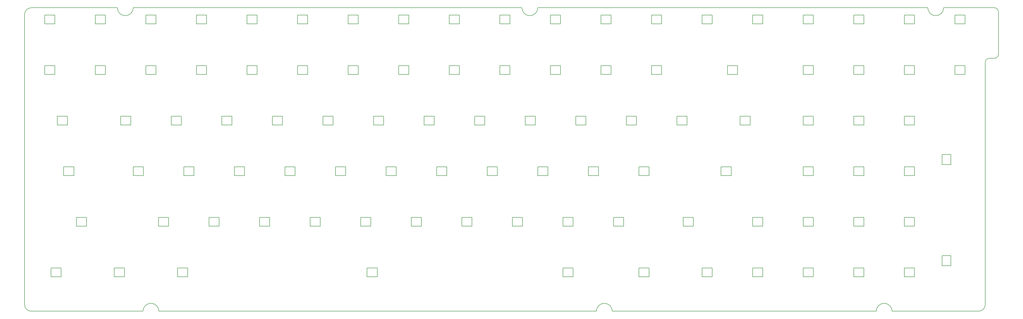
<source format=gbr>
G04 #@! TF.GenerationSoftware,KiCad,Pcbnew,(6.0.0-rc1-dev-711-gaf8715da8)*
G04 #@! TF.CreationDate,2018-11-26T01:45:56-05:00*
G04 #@! TF.ProjectId,Kira,4B6972612E6B696361645F7063620000,1.02c*
G04 #@! TF.SameCoordinates,Original*
G04 #@! TF.FileFunction,Profile,NP*
%FSLAX46Y46*%
G04 Gerber Fmt 4.6, Leading zero omitted, Abs format (unit mm)*
G04 Created by KiCad (PCBNEW (6.0.0-rc1-dev-711-gaf8715da8)) date 11/26/2018 1:45:56 AM*
%MOMM*%
%LPD*%
G01*
G04 APERTURE LIST*
%ADD10C,0.127000*%
G04 APERTURE END LIST*
D10*
X370840000Y-42862500D02*
X372033800Y-42862500D01*
X217932000Y-42862500D02*
X219125800Y-42862500D01*
X226314000Y-42862500D02*
X225120200Y-42862500D01*
X73914000Y-42862500D02*
X72720200Y-42862500D01*
X65532000Y-42862500D02*
X66725800Y-42862500D01*
X75184000Y-157162500D02*
X76377800Y-157162500D01*
X83566000Y-157162500D02*
X82372200Y-157162500D01*
X247192800Y-157162500D02*
X245999000Y-157162500D01*
X254381000Y-157162500D02*
X253187200Y-157162500D01*
X351409000Y-157162500D02*
X352602800Y-157162500D01*
X359791000Y-157162500D02*
X358597200Y-157162500D01*
X379222000Y-42862500D02*
X378028200Y-42862500D01*
X375031000Y-45859700D02*
G75*
G02X372033800Y-42862500I0J2997200D01*
G01*
X378028200Y-42862500D02*
G75*
G02X375031000Y-45859700I-2997200J0D01*
G01*
X222123000Y-45859700D02*
G75*
G02X219125800Y-42862500I0J2997200D01*
G01*
X225120200Y-42862500D02*
G75*
G02X222123000Y-45859700I-2997200J0D01*
G01*
X72720200Y-42862500D02*
G75*
G02X69723000Y-45859700I-2997200J0D01*
G01*
X69723000Y-45859700D02*
G75*
G02X66725800Y-42862500I0J2997200D01*
G01*
X79375000Y-154165300D02*
G75*
G02X82372200Y-157162500I0J-2997200D01*
G01*
X76377800Y-157162500D02*
G75*
G02X79375000Y-154165300I2997200J0D01*
G01*
X250190000Y-154165300D02*
G75*
G02X253187200Y-157162500I0J-2997200D01*
G01*
X247192800Y-157162500D02*
G75*
G02X250190000Y-154165300I2997200J0D01*
G01*
X355600000Y-154165300D02*
G75*
G02X358597200Y-157162500I0J-2997200D01*
G01*
X352602800Y-157162500D02*
G75*
G02X355600000Y-154165300I2997200J0D01*
G01*
X379222000Y-42862500D02*
X397129000Y-42862500D01*
X226314000Y-42862500D02*
X370840000Y-42862500D01*
X73914000Y-42862500D02*
X217932000Y-42862500D01*
X34290000Y-42862500D02*
X65532000Y-42862500D01*
X75184000Y-157162500D02*
X34290000Y-157162500D01*
X245999000Y-157162500D02*
X83566000Y-157162500D01*
X351409000Y-157162500D02*
X254381000Y-157162500D01*
X359791000Y-157162500D02*
X391160000Y-157162500D01*
X393700000Y-154622500D02*
X393700000Y-63436500D01*
X391160000Y-157162500D02*
G75*
G03X393700000Y-154622500I0J2540000D01*
G01*
X31750000Y-154622500D02*
X31750000Y-45402500D01*
X31750000Y-154622500D02*
G75*
G03X34290000Y-157162500I2540000J0D01*
G01*
X34290000Y-42862500D02*
G75*
G03X31750000Y-45402500I0J-2540000D01*
G01*
X395224000Y-61912500D02*
X397129000Y-61912500D01*
X398653000Y-44386500D02*
X398653000Y-60388500D01*
X398653000Y-44386500D02*
G75*
G03X397129000Y-42862500I-1524000J0D01*
G01*
X397129000Y-61912500D02*
G75*
G03X398653000Y-60388500I0J1524000D01*
G01*
X395224000Y-61912500D02*
G75*
G03X393700000Y-63436500I0J-1524000D01*
G01*
X77470000Y-45656500D02*
X77470000Y-48958500D01*
X81280000Y-45656500D02*
X77470000Y-45656500D01*
X81280000Y-48958500D02*
X81280000Y-45656500D01*
X77470000Y-48958500D02*
X81280000Y-48958500D01*
X377444000Y-98101150D02*
X377444000Y-101923850D01*
X377444000Y-101923850D02*
X380746000Y-101923850D01*
X380746000Y-101923850D02*
X380746000Y-98101150D01*
X380746000Y-98101150D02*
X377444000Y-98101150D01*
X377444000Y-136201150D02*
X377444000Y-140023850D01*
X377444000Y-140023850D02*
X380746000Y-140023850D01*
X380746000Y-140023850D02*
X380746000Y-136201150D01*
X380746000Y-136201150D02*
X377444000Y-136201150D01*
X347986350Y-102806500D02*
X344163650Y-102806500D01*
X344163650Y-102806500D02*
X344163650Y-106108500D01*
X344163650Y-106108500D02*
X347986350Y-106108500D01*
X347986350Y-106108500D02*
X347986350Y-102806500D01*
X347986350Y-45656500D02*
X344163650Y-45656500D01*
X344163650Y-45656500D02*
X344163650Y-48958500D01*
X344163650Y-48958500D02*
X347986350Y-48958500D01*
X347986350Y-48958500D02*
X347986350Y-45656500D01*
X367036350Y-45656500D02*
X363213650Y-45656500D01*
X363213650Y-45656500D02*
X363213650Y-48958500D01*
X363213650Y-48958500D02*
X367036350Y-48958500D01*
X367036350Y-48958500D02*
X367036350Y-45656500D01*
X386086350Y-45656500D02*
X382263650Y-45656500D01*
X382263650Y-45656500D02*
X382263650Y-48958500D01*
X382263650Y-48958500D02*
X386086350Y-48958500D01*
X386086350Y-48958500D02*
X386086350Y-45656500D01*
X386086350Y-64706500D02*
X382263650Y-64706500D01*
X382263650Y-64706500D02*
X382263650Y-68008500D01*
X382263650Y-68008500D02*
X386086350Y-68008500D01*
X386086350Y-68008500D02*
X386086350Y-64706500D01*
X283692600Y-121856500D02*
X279869900Y-121856500D01*
X279869900Y-121856500D02*
X279869900Y-125158500D01*
X279869900Y-125158500D02*
X283692600Y-125158500D01*
X283692600Y-125158500D02*
X283692600Y-121856500D01*
X309886350Y-121856500D02*
X306063650Y-121856500D01*
X306063650Y-121856500D02*
X306063650Y-125158500D01*
X306063650Y-125158500D02*
X309886350Y-125158500D01*
X309886350Y-125158500D02*
X309886350Y-121856500D01*
X328936350Y-102806500D02*
X325113650Y-102806500D01*
X325113650Y-102806500D02*
X325113650Y-106108500D01*
X325113650Y-106108500D02*
X328936350Y-106108500D01*
X328936350Y-106108500D02*
X328936350Y-102806500D01*
X367036350Y-102806500D02*
X363213650Y-102806500D01*
X363213650Y-102806500D02*
X363213650Y-106108500D01*
X363213650Y-106108500D02*
X367036350Y-106108500D01*
X367036350Y-106108500D02*
X367036350Y-102806500D01*
X347986350Y-121856500D02*
X344163650Y-121856500D01*
X344163650Y-121856500D02*
X344163650Y-125158500D01*
X344163650Y-125158500D02*
X347986350Y-125158500D01*
X347986350Y-125158500D02*
X347986350Y-121856500D01*
X367036350Y-121856500D02*
X363213650Y-121856500D01*
X363213650Y-121856500D02*
X363213650Y-125158500D01*
X363213650Y-125158500D02*
X367036350Y-125158500D01*
X367036350Y-125158500D02*
X367036350Y-121856500D01*
X210820000Y-48958500D02*
X210820000Y-45656500D01*
X214630000Y-48958500D02*
X210820000Y-48958500D01*
X214630000Y-45656500D02*
X214630000Y-48958500D01*
X210820000Y-45656500D02*
X214630000Y-45656500D01*
X294157400Y-106108500D02*
X294157400Y-102806500D01*
X297980100Y-106108500D02*
X294157400Y-106108500D01*
X297980100Y-102806500D02*
X297980100Y-106108500D01*
X294157400Y-102806500D02*
X297980100Y-102806500D01*
X301307500Y-87058500D02*
X301307500Y-83756500D01*
X305117500Y-87058500D02*
X301307500Y-87058500D01*
X305117500Y-83756500D02*
X305117500Y-87058500D01*
X301307500Y-83756500D02*
X305117500Y-83756500D01*
X325120000Y-121856500D02*
X328930000Y-121856500D01*
X328930000Y-121856500D02*
X328930000Y-125158500D01*
X328930000Y-125158500D02*
X325120000Y-125158500D01*
X325120000Y-125158500D02*
X325120000Y-121856500D01*
X363220000Y-144208500D02*
X363220000Y-140906500D01*
X367030000Y-144208500D02*
X363220000Y-144208500D01*
X367030000Y-140906500D02*
X367030000Y-144208500D01*
X363220000Y-140906500D02*
X367030000Y-140906500D01*
X344170000Y-140906500D02*
X347980000Y-140906500D01*
X347980000Y-140906500D02*
X347980000Y-144208500D01*
X347980000Y-144208500D02*
X344170000Y-144208500D01*
X344170000Y-144208500D02*
X344170000Y-140906500D01*
X325120000Y-144208500D02*
X325120000Y-140906500D01*
X328930000Y-144208500D02*
X325120000Y-144208500D01*
X328930000Y-140906500D02*
X328930000Y-144208500D01*
X325120000Y-140906500D02*
X328930000Y-140906500D01*
X306063650Y-144208500D02*
X306063650Y-140906500D01*
X309886350Y-144208500D02*
X306063650Y-144208500D01*
X309886350Y-140906500D02*
X309886350Y-144208500D01*
X306063650Y-140906500D02*
X309886350Y-140906500D01*
X234626150Y-140906500D02*
X238448850Y-140906500D01*
X238448850Y-140906500D02*
X238448850Y-144208500D01*
X238448850Y-144208500D02*
X234626150Y-144208500D01*
X234626150Y-144208500D02*
X234626150Y-140906500D01*
X263201150Y-144208500D02*
X263201150Y-140906500D01*
X267023850Y-144208500D02*
X263201150Y-144208500D01*
X267023850Y-140906500D02*
X267023850Y-144208500D01*
X263201150Y-140906500D02*
X267023850Y-140906500D01*
X287013650Y-140906500D02*
X290836350Y-140906500D01*
X290836350Y-140906500D02*
X290836350Y-144208500D01*
X290836350Y-144208500D02*
X287013650Y-144208500D01*
X287013650Y-144208500D02*
X287013650Y-140906500D01*
X160807400Y-140906500D02*
X164630100Y-140906500D01*
X164630100Y-140906500D02*
X164630100Y-144208500D01*
X164630100Y-144208500D02*
X160807400Y-144208500D01*
X160807400Y-144208500D02*
X160807400Y-140906500D01*
X89369900Y-144208500D02*
X89369900Y-140906500D01*
X93192600Y-144208500D02*
X89369900Y-144208500D01*
X93192600Y-140906500D02*
X93192600Y-144208500D01*
X89369900Y-140906500D02*
X93192600Y-140906500D01*
X65557400Y-140906500D02*
X69380100Y-140906500D01*
X69380100Y-140906500D02*
X69380100Y-144208500D01*
X69380100Y-144208500D02*
X65557400Y-144208500D01*
X65557400Y-144208500D02*
X65557400Y-140906500D01*
X41744900Y-144208500D02*
X41744900Y-140906500D01*
X45567600Y-144208500D02*
X41744900Y-144208500D01*
X45567600Y-140906500D02*
X45567600Y-144208500D01*
X41744900Y-140906500D02*
X45567600Y-140906500D01*
X234632500Y-121856500D02*
X238442500Y-121856500D01*
X238442500Y-121856500D02*
X238442500Y-125158500D01*
X238442500Y-125158500D02*
X234632500Y-125158500D01*
X234632500Y-125158500D02*
X234632500Y-121856500D01*
X253682500Y-125158500D02*
X253682500Y-121856500D01*
X257492500Y-125158500D02*
X253682500Y-125158500D01*
X257492500Y-121856500D02*
X257492500Y-125158500D01*
X253682500Y-121856500D02*
X257492500Y-121856500D01*
X158432500Y-121856500D02*
X162242500Y-121856500D01*
X162242500Y-121856500D02*
X162242500Y-125158500D01*
X162242500Y-125158500D02*
X158432500Y-125158500D01*
X158432500Y-125158500D02*
X158432500Y-121856500D01*
X177482500Y-125158500D02*
X177482500Y-121856500D01*
X181292500Y-125158500D02*
X177482500Y-125158500D01*
X181292500Y-121856500D02*
X181292500Y-125158500D01*
X177482500Y-121856500D02*
X181292500Y-121856500D01*
X215582500Y-121856500D02*
X219392500Y-121856500D01*
X219392500Y-121856500D02*
X219392500Y-125158500D01*
X219392500Y-125158500D02*
X215582500Y-125158500D01*
X215582500Y-125158500D02*
X215582500Y-121856500D01*
X196532500Y-125158500D02*
X196532500Y-121856500D01*
X200342500Y-125158500D02*
X196532500Y-125158500D01*
X200342500Y-121856500D02*
X200342500Y-125158500D01*
X196532500Y-121856500D02*
X200342500Y-121856500D01*
X120332500Y-121856500D02*
X124142500Y-121856500D01*
X124142500Y-121856500D02*
X124142500Y-125158500D01*
X124142500Y-125158500D02*
X120332500Y-125158500D01*
X120332500Y-125158500D02*
X120332500Y-121856500D01*
X139382500Y-125158500D02*
X139382500Y-121856500D01*
X143192500Y-125158500D02*
X139382500Y-125158500D01*
X143192500Y-121856500D02*
X143192500Y-125158500D01*
X139382500Y-121856500D02*
X143192500Y-121856500D01*
X101282500Y-121856500D02*
X105092500Y-121856500D01*
X105092500Y-121856500D02*
X105092500Y-125158500D01*
X105092500Y-125158500D02*
X101282500Y-125158500D01*
X101282500Y-125158500D02*
X101282500Y-121856500D01*
X82232500Y-125158500D02*
X82232500Y-121856500D01*
X86042500Y-125158500D02*
X82232500Y-125158500D01*
X86042500Y-121856500D02*
X86042500Y-125158500D01*
X82232500Y-121856500D02*
X86042500Y-121856500D01*
X244157500Y-102806500D02*
X247967500Y-102806500D01*
X247967500Y-102806500D02*
X247967500Y-106108500D01*
X247967500Y-106108500D02*
X244157500Y-106108500D01*
X244157500Y-106108500D02*
X244157500Y-102806500D01*
X263207500Y-106108500D02*
X263207500Y-102806500D01*
X267017500Y-106108500D02*
X263207500Y-106108500D01*
X267017500Y-102806500D02*
X267017500Y-106108500D01*
X263207500Y-102806500D02*
X267017500Y-102806500D01*
X225107500Y-102806500D02*
X228917500Y-102806500D01*
X228917500Y-102806500D02*
X228917500Y-106108500D01*
X228917500Y-106108500D02*
X225107500Y-106108500D01*
X225107500Y-106108500D02*
X225107500Y-102806500D01*
X148907500Y-102806500D02*
X152717500Y-102806500D01*
X152717500Y-102806500D02*
X152717500Y-106108500D01*
X152717500Y-106108500D02*
X148907500Y-106108500D01*
X148907500Y-106108500D02*
X148907500Y-102806500D01*
X167957500Y-106108500D02*
X167957500Y-102806500D01*
X171767500Y-106108500D02*
X167957500Y-106108500D01*
X171767500Y-102806500D02*
X171767500Y-106108500D01*
X167957500Y-102806500D02*
X171767500Y-102806500D01*
X206057500Y-102806500D02*
X209867500Y-102806500D01*
X209867500Y-102806500D02*
X209867500Y-106108500D01*
X209867500Y-106108500D02*
X206057500Y-106108500D01*
X206057500Y-106108500D02*
X206057500Y-102806500D01*
X187007500Y-106108500D02*
X187007500Y-102806500D01*
X190817500Y-106108500D02*
X187007500Y-106108500D01*
X190817500Y-102806500D02*
X190817500Y-106108500D01*
X187007500Y-102806500D02*
X190817500Y-102806500D01*
X110807500Y-102806500D02*
X114617500Y-102806500D01*
X114617500Y-102806500D02*
X114617500Y-106108500D01*
X114617500Y-106108500D02*
X110807500Y-106108500D01*
X110807500Y-106108500D02*
X110807500Y-102806500D01*
X129857500Y-106108500D02*
X129857500Y-102806500D01*
X133667500Y-106108500D02*
X129857500Y-106108500D01*
X133667500Y-102806500D02*
X133667500Y-106108500D01*
X129857500Y-102806500D02*
X133667500Y-102806500D01*
X91757500Y-102806500D02*
X95567500Y-102806500D01*
X95567500Y-102806500D02*
X95567500Y-106108500D01*
X95567500Y-106108500D02*
X91757500Y-106108500D01*
X91757500Y-106108500D02*
X91757500Y-102806500D01*
X72707500Y-106108500D02*
X72707500Y-102806500D01*
X76517500Y-106108500D02*
X72707500Y-106108500D01*
X76517500Y-102806500D02*
X76517500Y-106108500D01*
X72707500Y-102806500D02*
X76517500Y-102806500D01*
X51282600Y-125158500D02*
X55092600Y-125158500D01*
X51282600Y-121856500D02*
X51282600Y-125158500D01*
X55092600Y-121856500D02*
X55092600Y-125158500D01*
X51282600Y-121856500D02*
X55092600Y-121856500D01*
X46512480Y-102806500D02*
X50325020Y-102806500D01*
X46512480Y-106108500D02*
X46512480Y-102806500D01*
X50325020Y-106108500D02*
X46512480Y-106108500D01*
X50325020Y-102806500D02*
X50325020Y-106108500D01*
X44132500Y-87058500D02*
X44132500Y-83756500D01*
X47942500Y-87058500D02*
X44132500Y-87058500D01*
X47942500Y-83756500D02*
X47942500Y-87058500D01*
X44132500Y-83756500D02*
X47942500Y-83756500D01*
X258445000Y-87058500D02*
X262255000Y-87058500D01*
X262255000Y-87058500D02*
X262255000Y-83756500D01*
X262255000Y-83756500D02*
X258445000Y-83756500D01*
X258445000Y-83756500D02*
X258445000Y-87058500D01*
X277495000Y-83756500D02*
X277495000Y-87058500D01*
X281305000Y-83756500D02*
X277495000Y-83756500D01*
X281305000Y-87058500D02*
X281305000Y-83756500D01*
X277495000Y-87058500D02*
X281305000Y-87058500D01*
X239395000Y-87058500D02*
X243205000Y-87058500D01*
X243205000Y-87058500D02*
X243205000Y-83756500D01*
X243205000Y-83756500D02*
X239395000Y-83756500D01*
X239395000Y-83756500D02*
X239395000Y-87058500D01*
X220345000Y-83756500D02*
X220345000Y-87058500D01*
X224155000Y-83756500D02*
X220345000Y-83756500D01*
X224155000Y-87058500D02*
X224155000Y-83756500D01*
X220345000Y-87058500D02*
X224155000Y-87058500D01*
X182245000Y-87058500D02*
X186055000Y-87058500D01*
X186055000Y-87058500D02*
X186055000Y-83756500D01*
X186055000Y-83756500D02*
X182245000Y-83756500D01*
X182245000Y-83756500D02*
X182245000Y-87058500D01*
X201295000Y-83756500D02*
X201295000Y-87058500D01*
X205105000Y-83756500D02*
X201295000Y-83756500D01*
X205105000Y-87058500D02*
X205105000Y-83756500D01*
X201295000Y-87058500D02*
X205105000Y-87058500D01*
X163195000Y-87058500D02*
X167005000Y-87058500D01*
X167005000Y-87058500D02*
X167005000Y-83756500D01*
X167005000Y-83756500D02*
X163195000Y-83756500D01*
X163195000Y-83756500D02*
X163195000Y-87058500D01*
X144145000Y-83756500D02*
X144145000Y-87058500D01*
X147955000Y-83756500D02*
X144145000Y-83756500D01*
X147955000Y-87058500D02*
X147955000Y-83756500D01*
X144145000Y-87058500D02*
X147955000Y-87058500D01*
X67945000Y-87058500D02*
X71755000Y-87058500D01*
X71755000Y-87058500D02*
X71755000Y-83756500D01*
X71755000Y-83756500D02*
X67945000Y-83756500D01*
X67945000Y-83756500D02*
X67945000Y-87058500D01*
X86995000Y-83756500D02*
X86995000Y-87058500D01*
X90805000Y-83756500D02*
X86995000Y-83756500D01*
X90805000Y-87058500D02*
X90805000Y-83756500D01*
X86995000Y-87058500D02*
X90805000Y-87058500D01*
X125095000Y-87058500D02*
X128905000Y-87058500D01*
X128905000Y-87058500D02*
X128905000Y-83756500D01*
X128905000Y-83756500D02*
X125095000Y-83756500D01*
X125095000Y-83756500D02*
X125095000Y-87058500D01*
X106045000Y-83756500D02*
X106045000Y-87058500D01*
X109855000Y-83756500D02*
X106045000Y-83756500D01*
X109855000Y-87058500D02*
X109855000Y-83756500D01*
X106045000Y-87058500D02*
X109855000Y-87058500D01*
X344170000Y-87058500D02*
X347980000Y-87058500D01*
X347980000Y-87058500D02*
X347980000Y-83756500D01*
X347980000Y-83756500D02*
X344170000Y-83756500D01*
X344170000Y-83756500D02*
X344170000Y-87058500D01*
X363220000Y-83756500D02*
X363220000Y-87058500D01*
X367030000Y-83756500D02*
X363220000Y-83756500D01*
X367030000Y-87058500D02*
X367030000Y-83756500D01*
X363220000Y-87058500D02*
X367030000Y-87058500D01*
X325120000Y-87058500D02*
X328930000Y-87058500D01*
X328930000Y-87058500D02*
X328930000Y-83756500D01*
X328930000Y-83756500D02*
X325120000Y-83756500D01*
X325120000Y-83756500D02*
X325120000Y-87058500D01*
X344170000Y-68008500D02*
X347980000Y-68008500D01*
X347980000Y-68008500D02*
X347980000Y-64706500D01*
X347980000Y-64706500D02*
X344170000Y-64706500D01*
X344170000Y-64706500D02*
X344170000Y-68008500D01*
X363220000Y-64706500D02*
X363220000Y-68008500D01*
X367030000Y-64706500D02*
X363220000Y-64706500D01*
X367030000Y-68008500D02*
X367030000Y-64706500D01*
X363220000Y-68008500D02*
X367030000Y-68008500D01*
X325120000Y-68008500D02*
X328930000Y-68008500D01*
X328930000Y-68008500D02*
X328930000Y-64706500D01*
X328930000Y-64706500D02*
X325120000Y-64706500D01*
X325120000Y-64706500D02*
X325120000Y-68008500D01*
X296545000Y-64706500D02*
X296545000Y-68008500D01*
X300355000Y-64706500D02*
X296545000Y-64706500D01*
X300355000Y-68008500D02*
X300355000Y-64706500D01*
X296545000Y-68008500D02*
X300355000Y-68008500D01*
X267970000Y-64706500D02*
X267970000Y-68008500D01*
X271780000Y-64706500D02*
X267970000Y-64706500D01*
X271780000Y-68008500D02*
X271780000Y-64706500D01*
X267970000Y-68008500D02*
X271780000Y-68008500D01*
X191770000Y-68008500D02*
X195580000Y-68008500D01*
X195580000Y-68008500D02*
X195580000Y-64706500D01*
X195580000Y-64706500D02*
X191770000Y-64706500D01*
X191770000Y-64706500D02*
X191770000Y-68008500D01*
X210820000Y-64706500D02*
X210820000Y-68008500D01*
X214630000Y-64706500D02*
X210820000Y-64706500D01*
X214630000Y-68008500D02*
X214630000Y-64706500D01*
X210820000Y-68008500D02*
X214630000Y-68008500D01*
X248920000Y-68008500D02*
X252730000Y-68008500D01*
X252730000Y-68008500D02*
X252730000Y-64706500D01*
X252730000Y-64706500D02*
X248920000Y-64706500D01*
X248920000Y-64706500D02*
X248920000Y-68008500D01*
X229870000Y-64706500D02*
X229870000Y-68008500D01*
X233680000Y-64706500D02*
X229870000Y-64706500D01*
X233680000Y-68008500D02*
X233680000Y-64706500D01*
X229870000Y-68008500D02*
X233680000Y-68008500D01*
X153670000Y-68008500D02*
X157480000Y-68008500D01*
X157480000Y-68008500D02*
X157480000Y-64706500D01*
X157480000Y-64706500D02*
X153670000Y-64706500D01*
X153670000Y-64706500D02*
X153670000Y-68008500D01*
X172720000Y-64706500D02*
X172720000Y-68008500D01*
X176530000Y-64706500D02*
X172720000Y-64706500D01*
X176530000Y-68008500D02*
X176530000Y-64706500D01*
X172720000Y-68008500D02*
X176530000Y-68008500D01*
X134620000Y-68008500D02*
X138430000Y-68008500D01*
X138430000Y-68008500D02*
X138430000Y-64706500D01*
X138430000Y-64706500D02*
X134620000Y-64706500D01*
X134620000Y-64706500D02*
X134620000Y-68008500D01*
X115570000Y-64706500D02*
X115570000Y-68008500D01*
X119380000Y-64706500D02*
X115570000Y-64706500D01*
X119380000Y-68008500D02*
X119380000Y-64706500D01*
X115570000Y-68008500D02*
X119380000Y-68008500D01*
X39370000Y-68008500D02*
X43180000Y-68008500D01*
X43180000Y-68008500D02*
X43180000Y-64706500D01*
X43180000Y-64706500D02*
X39370000Y-64706500D01*
X39370000Y-64706500D02*
X39370000Y-68008500D01*
X58420000Y-64706500D02*
X58420000Y-68008500D01*
X62230000Y-64706500D02*
X58420000Y-64706500D01*
X62230000Y-68008500D02*
X62230000Y-64706500D01*
X58420000Y-68008500D02*
X62230000Y-68008500D01*
X96520000Y-68008500D02*
X100330000Y-68008500D01*
X100330000Y-68008500D02*
X100330000Y-64706500D01*
X100330000Y-64706500D02*
X96520000Y-64706500D01*
X96520000Y-64706500D02*
X96520000Y-68008500D01*
X77470000Y-64706500D02*
X77470000Y-68008500D01*
X81280000Y-64706500D02*
X77470000Y-64706500D01*
X81280000Y-68008500D02*
X81280000Y-64706500D01*
X77470000Y-68008500D02*
X81280000Y-68008500D01*
X287020000Y-48958500D02*
X290830000Y-48958500D01*
X290830000Y-48958500D02*
X290830000Y-45656500D01*
X290830000Y-45656500D02*
X287020000Y-45656500D01*
X287020000Y-45656500D02*
X287020000Y-48958500D01*
X306070000Y-45656500D02*
X306070000Y-48958500D01*
X309880000Y-45656500D02*
X306070000Y-45656500D01*
X309880000Y-48958500D02*
X309880000Y-45656500D01*
X306070000Y-48958500D02*
X309880000Y-48958500D01*
X325120000Y-45656500D02*
X325120000Y-48958500D01*
X328930000Y-45656500D02*
X325120000Y-45656500D01*
X328930000Y-48958500D02*
X328930000Y-45656500D01*
X325120000Y-48958500D02*
X328930000Y-48958500D01*
X267970000Y-48958500D02*
X271780000Y-48958500D01*
X271780000Y-48958500D02*
X271780000Y-45656500D01*
X271780000Y-45656500D02*
X267970000Y-45656500D01*
X267970000Y-45656500D02*
X267970000Y-48958500D01*
X248920000Y-48958500D02*
X252730000Y-48958500D01*
X252730000Y-48958500D02*
X252730000Y-45656500D01*
X252730000Y-45656500D02*
X248920000Y-45656500D01*
X248920000Y-45656500D02*
X248920000Y-48958500D01*
X229870000Y-45656500D02*
X229870000Y-48958500D01*
X233680000Y-45656500D02*
X229870000Y-45656500D01*
X233680000Y-48958500D02*
X233680000Y-45656500D01*
X229870000Y-48958500D02*
X233680000Y-48958500D01*
X134620000Y-48958500D02*
X138430000Y-48958500D01*
X138430000Y-48958500D02*
X138430000Y-45656500D01*
X138430000Y-45656500D02*
X134620000Y-45656500D01*
X134620000Y-45656500D02*
X134620000Y-48958500D01*
X153670000Y-45656500D02*
X153670000Y-48958500D01*
X157480000Y-45656500D02*
X153670000Y-45656500D01*
X157480000Y-48958500D02*
X157480000Y-45656500D01*
X153670000Y-48958500D02*
X157480000Y-48958500D01*
X191770000Y-48958500D02*
X195580000Y-48958500D01*
X195580000Y-48958500D02*
X195580000Y-45656500D01*
X195580000Y-45656500D02*
X191770000Y-45656500D01*
X191770000Y-45656500D02*
X191770000Y-48958500D01*
X172720000Y-45656500D02*
X172720000Y-48958500D01*
X176530000Y-45656500D02*
X172720000Y-45656500D01*
X176530000Y-48958500D02*
X176530000Y-45656500D01*
X172720000Y-48958500D02*
X176530000Y-48958500D01*
X96520000Y-48958500D02*
X100330000Y-48958500D01*
X100330000Y-48958500D02*
X100330000Y-45656500D01*
X100330000Y-45656500D02*
X96520000Y-45656500D01*
X96520000Y-45656500D02*
X96520000Y-48958500D01*
X115570000Y-45656500D02*
X115570000Y-48958500D01*
X119380000Y-45656500D02*
X115570000Y-45656500D01*
X119380000Y-48958500D02*
X119380000Y-45656500D01*
X115570000Y-48958500D02*
X119380000Y-48958500D01*
X58420000Y-45656500D02*
X58420000Y-48958500D01*
X62230000Y-45656500D02*
X58420000Y-45656500D01*
X62230000Y-48958500D02*
X62230000Y-45656500D01*
X58420000Y-48958500D02*
X62230000Y-48958500D01*
X39370000Y-48958500D02*
X39370000Y-45656500D01*
X43180000Y-48958500D02*
X39370000Y-48958500D01*
X43180000Y-45656500D02*
X43180000Y-48958500D01*
X39370000Y-45656500D02*
X43180000Y-45656500D01*
M02*

</source>
